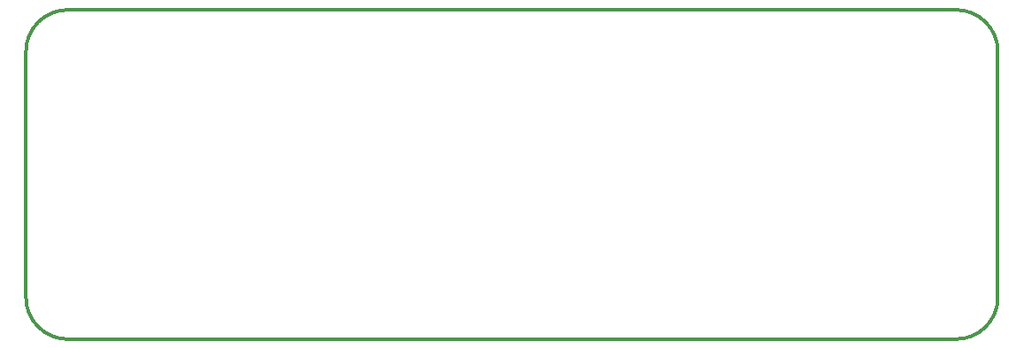
<source format=gbr>
%TF.GenerationSoftware,KiCad,Pcbnew,(5.1.10)-1*%
%TF.CreationDate,2021-08-19T15:13:47-05:00*%
%TF.ProjectId,ConsolePedalSide,436f6e73-6f6c-4655-9065-64616c536964,rev?*%
%TF.SameCoordinates,Original*%
%TF.FileFunction,Profile,NP*%
%FSLAX46Y46*%
G04 Gerber Fmt 4.6, Leading zero omitted, Abs format (unit mm)*
G04 Created by KiCad (PCBNEW (5.1.10)-1) date 2021-08-19 15:13:47*
%MOMM*%
%LPD*%
G01*
G04 APERTURE LIST*
%TA.AperFunction,Profile*%
%ADD10C,0.300000*%
%TD*%
G04 APERTURE END LIST*
D10*
X91059000Y-126864882D02*
X176037362Y-126864882D01*
X180037362Y-122864882D02*
X180037362Y-99314000D01*
X87059000Y-122864882D02*
X87059000Y-99314000D01*
X91059000Y-95314000D02*
X176037362Y-95314000D01*
X87059000Y-99314000D02*
G75*
G02*
X91059000Y-95314000I4000000J0D01*
G01*
X91059000Y-126864882D02*
G75*
G02*
X87059000Y-122864882I0J4000000D01*
G01*
X180037362Y-122864882D02*
G75*
G02*
X176037362Y-126864882I-4000000J0D01*
G01*
X176037362Y-95314000D02*
G75*
G02*
X180037362Y-99314000I0J-4000000D01*
G01*
M02*

</source>
